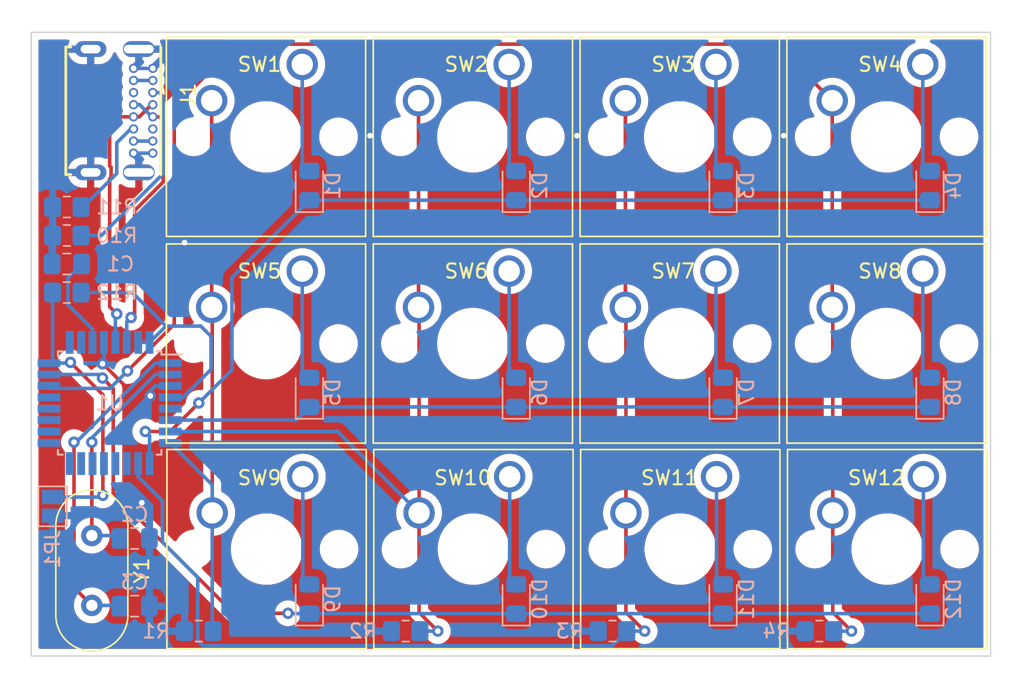
<source format=kicad_pcb>
(kicad_pcb (version 20211014) (generator pcbnew)
  (layers (0 "F.Cu" signal) (31 "B.Cu" signal) (34 "B.Paste" user) (35 "F.Paste" user) (36 "B.SilkS" user "B.Silkscreen") (37 "F.SilkS" user "F.Silkscreen") (38 "B.Mask" user) (39 "F.Mask" user) (44 "Edge.Cuts" user))
  (net 0 "")
  (net 1 "GND")
  (net 2 "Net-(C1-Pad2)")
  (net 3 "Net-(C2-Pad2)")
  (net 4 "Net-(C3-Pad2)")
  (net 5 "ROW_1")
  (net 6 "Net-(D1-Pad2)")
  (net 7 "Net-(D2-Pad2)")
  (net 8 "Net-(D3-Pad2)")
  (net 9 "Net-(D4-Pad2)")
  (net 10 "ROW_2")
  (net 11 "Net-(D5-Pad2)")
  (net 12 "Net-(D6-Pad2)")
  (net 13 "Net-(D7-Pad2)")
  (net 14 "Net-(D8-Pad2)")
  (net 15 "ROW_3")
  (net 16 "Net-(D9-Pad2)")
  (net 17 "Net-(D10-Pad2)")
  (net 18 "Net-(D11-Pad2)")
  (net 19 "Net-(D12-Pad2)")
  (net 20 "+5V")
  (net 21 "Net-(J1-PadA5)")
  (net 22 "Net-(J1-PadA6)")
  (net 23 "Net-(J1-PadA7)")
  (net 25 "Net-(J1-PadB5)")
  (net 27 "Net-(JP1-Pad2)")
  (net 28 "COL_1")
  (net 29 "COL_2")
  (net 30 "COL_3")
  (net 31 "COL_4")
  (footprint "Button_Switch_Keyboard:SW_Cherry_MX_1.00u_PCB" (layer "F.Cu") (at 117.04 87.92)
    (fp_text reference "SW11" (at -3.29 0.08) (layer "F.SilkS"))
    (fp_text value "SW_SPST")
    (pad "" np_thru_hole circle locked (at 2.54 5.08) (size 1.7 1.7) (drill 1.7) (layers *.Cu *.Mask))
    (pad "" np_thru_hole circle locked (at -2.54 5.08) (size 4 4) (drill 4) (layers *.Cu *.Mask))
    (pad "" np_thru_hole circle locked (at -7.62 5.08) (size 1.7 1.7) (drill 1.7) (layers *.Cu *.Mask))
    (pad "1" thru_hole circle locked (at 0 0) (size 2.2 2.2) (drill 1.5) (layers *.Cu *.Mask) (net 18 "Net-(D11-Pad2)"))
    (pad "2" thru_hole circle locked (at -6.35 2.54) (size 2.2 2.2) (drill 1.5) (layers *.Cu *.Mask) (net 30 "COL_3"))
  )
  (footprint "Button_Switch_Keyboard:SW_Cherry_MX_1.00u_PCB" (layer "F.Cu") (at 117 73.5)
    (fp_text reference "SW7" (at -3 0) (layer "F.SilkS"))
    (fp_text value "SW_SPST")
    (pad "" np_thru_hole circle locked (at 2.54 5.08) (size 1.7 1.7) (drill 1.7) (layers *.Cu *.Mask))
    (pad "" np_thru_hole circle locked (at -7.62 5.08) (size 1.7 1.7) (drill 1.7) (layers *.Cu *.Mask))
    (pad "" np_thru_hole circle locked (at -2.54 5.08) (size 4 4) (drill 4) (layers *.Cu *.Mask))
    (pad "1" thru_hole circle locked (at 0 0) (size 2.2 2.2) (drill 1.5) (layers *.Cu *.Mask) (net 13 "Net-(D7-Pad2)"))
    (pad "2" thru_hole circle locked (at -6.35 2.54) (size 2.2 2.2) (drill 1.5) (layers *.Cu *.Mask) (net 30 "COL_3"))
  )
  (footprint "Button_Switch_Keyboard:SW_Cherry_MX_1.00u_PCB" (layer "F.Cu") (at 117 59)
    (fp_text reference "SW3" (at -3 0) (layer "F.SilkS"))
    (fp_text value "SW_SPST")
    (pad "" np_thru_hole circle locked (at -7.62 5.08) (size 1.7 1.7) (drill 1.7) (layers *.Cu *.Mask))
    (pad "" np_thru_hole circle locked (at -2.54 5.08) (size 4 4) (drill 4) (layers *.Cu *.Mask))
    (pad "" np_thru_hole circle locked (at 2.54 5.08) (size 1.7 1.7) (drill 1.7) (layers *.Cu *.Mask))
    (pad "1" thru_hole circle locked (at 0 0) (size 2.2 2.2) (drill 1.5) (layers *.Cu *.Mask) (net 8 "Net-(D3-Pad2)"))
    (pad "2" thru_hole circle locked (at -6.35 2.54) (size 2.2 2.2) (drill 1.5) (layers *.Cu *.Mask) (net 30 "COL_3"))
  )
  (footprint "Button_Switch_Keyboard:SW_Cherry_MX_1.00u_PCB" (layer "F.Cu") (at 131.5 73.5)
    (fp_text reference "SW8" (at -3 0) (layer "F.SilkS"))
    (fp_text value "SW_SPST")
    (pad "" np_thru_hole circle locked (at -2.54 5.08) (size 4 4) (drill 4) (layers *.Cu *.Mask))
    (pad "" np_thru_hole circle locked (at 2.54 5.08) (size 1.7 1.7) (drill 1.7) (layers *.Cu *.Mask))
    (pad "" np_thru_hole circle locked (at -7.62 5.08) (size 1.7 1.7) (drill 1.7) (layers *.Cu *.Mask))
    (pad "1" thru_hole circle locked (at 0 0) (size 2.2 2.2) (drill 1.5) (layers *.Cu *.Mask) (net 14 "Net-(D8-Pad2)"))
    (pad "2" thru_hole circle locked (at -6.35 2.54) (size 2.2 2.2) (drill 1.5) (layers *.Cu *.Mask) (net 31 "COL_4"))
  )
  (footprint "Button_Switch_Keyboard:SW_Cherry_MX_1.00u_PCB" (layer "F.Cu") (at 131.5 59)
    (fp_text reference "SW4" (at -3 0) (layer "F.SilkS"))
    (fp_text value "SW_SPST")
    (pad "" np_thru_hole circle locked (at -2.54 5.08) (size 4 4) (drill 4) (layers *.Cu *.Mask))
    (pad "" np_thru_hole circle locked (at 2.54 5.08) (size 1.7 1.7) (drill 1.7) (layers *.Cu *.Mask))
    (pad "" np_thru_hole circle locked (at -7.62 5.08) (size 1.7 1.7) (drill 1.7) (layers *.Cu *.Mask))
    (pad "1" thru_hole circle locked (at 0 0) (size 2.2 2.2) (drill 1.5) (layers *.Cu *.Mask) (net 9 "Net-(D4-Pad2)"))
    (pad "2" thru_hole circle locked (at -6.35 2.54) (size 2.2 2.2) (drill 1.5) (layers *.Cu *.Mask) (net 31 "COL_4"))
  )
  (footprint "Button_Switch_Keyboard:SW_Cherry_MX_1.00u_PCB" (layer "F.Cu") (at 102.54 87.92)
    (fp_text reference "SW10" (at -3.29 0.08) (layer "F.SilkS"))
    (fp_text value "SW_SPST")
    (pad "" np_thru_hole circle locked (at -7.62 5.08) (size 1.7 1.7) (drill 1.7) (layers *.Cu *.Mask))
    (pad "" np_thru_hole circle locked (at 2.54 5.08) (size 1.7 1.7) (drill 1.7) (layers *.Cu *.Mask))
    (pad "" np_thru_hole circle locked (at -2.54 5.08) (size 4 4) (drill 4) (layers *.Cu *.Mask))
    (pad "1" thru_hole circle locked (at 0 0) (size 2.2 2.2) (drill 1.5) (layers *.Cu *.Mask) (net 17 "Net-(D10-Pad2)"))
    (pad "2" thru_hole circle locked (at -6.35 2.54) (size 2.2 2.2) (drill 1.5) (layers *.Cu *.Mask) (net 29 "COL_2"))
  )
  (footprint "Button_Switch_Keyboard:SW_Cherry_MX_1.00u_PCB" (layer "F.Cu") (at 88 59)
    (fp_text reference "SW1" (at -3 0) (layer "F.SilkS"))
    (fp_text value "SW_SPST")
    (pad "" np_thru_hole circle locked (at -7.62 5.08) (size 1.7 1.7) (drill 1.7) (layers *.Cu *.Mask))
    (pad "" np_thru_hole circle locked (at -2.54 5.08) (size 4 4) (drill 4) (layers *.Cu *.Mask))
    (pad "" np_thru_hole circle locked (at 2.54 5.08) (size 1.7 1.7) (drill 1.7) (layers *.Cu *.Mask))
    (pad "1" thru_hole circle locked (at 0 0) (size 2.2 2.2) (drill 1.5) (layers *.Cu *.Mask) (net 6 "Net-(D1-Pad2)"))
    (pad "2" thru_hole circle locked (at -6.35 2.54) (size 2.2 2.2) (drill 1.5) (layers *.Cu *.Mask) (net 28 "COL_1"))
  )
  (footprint "Crystal:Crystal_HC18-U_Vertical" (layer "F.Cu") (at 73.25 96.95 90)
    (fp_text reference "Y1" (at 2.45 3.5 90) (layer "F.SilkS"))
    (fp_text value "16MHz")
    (pad "1" thru_hole circle locked (at 0 0 90) (size 1.5 1.5) (drill 0.8) (layers *.Cu *.Mask) (net 4 "Net-(C3-Pad2)"))
    (pad "2" thru_hole circle locked (at 4.9 0 90) (size 1.5 1.5) (drill 0.8) (layers *.Cu *.Mask) (net 3 "Net-(C2-Pad2)"))
  )
  (footprint "USB4085-GF-A:GCT_USB4085-GF-A_REVA4" (layer "F.Cu") (at 73.5 62.25 -90)
    (fp_text reference "J1" (at -1.097425 -6.515415 90) (layer "F.SilkS") (effects (font (size 1.00015 1.00015))))
    (fp_text value "USB_C_Receptacle_USB2.0")
    (pad "A1" thru_hole circle locked (at -2.975 -4.025 270) (size 0.65 0.65) (drill 0.4) (layers *.Cu *.Mask) (net 1 "GND"))
    (pad "A4" thru_hole circle locked (at -2.125 -4.025 270) (size 0.65 0.65) (drill 0.4) (layers *.Cu *.Mask) (net 20 "+5V"))
    (pad "A5" thru_hole circle locked (at -1.275 -4.025 270) (size 0.65 0.65) (drill 0.4) (layers *.Cu *.Mask) (net 21 "Net-(J1-PadA5)"))
    (pad "A6" thru_hole circle locked (at -0.425 -4.025 270) (size 0.65 0.65) (drill 0.4) (layers *.Cu *.Mask) (net 22 "Net-(J1-PadA6)"))
    (pad "A7" thru_hole circle locked (at 0.425 -4.025 270) (size 0.65 0.65) (drill 0.4) (layers *.Cu *.Mask) (net 23 "Net-(J1-PadA7)"))
    (pad "A8" thru_hole circle locked (at 1.275 -4.025 270) (size 0.65 0.65) (drill 0.4) (layers *.Cu *.Mask))
    (pad "A9" thru_hole circle locked (at 2.125 -4.025 270) (size 0.65 0.65) (drill 0.4) (layers *.Cu *.Mask) (net 20 "+5V"))
    (pad "A12" thru_hole circle locked (at 2.975 -4.025 270) (size 0.65 0.65) (drill 0.4) (layers *.Cu *.Mask) (net 1 "GND"))
    (pad "B1" thru_hole circle locked (at 2.975 -2.675 270) (size 0.65 0.65) (drill 0.4) (layers *.Cu *.Mask) (net 1 "GND"))
    (pad "B4" thru_hole circle locked (at 2.125 -2.675 270) (size 0.65 0.65) (drill 0.4) (layers *.Cu *.Mask) (net 20 "+5V"))
    (pad "B5" thru_hole circle locked (at 1.275 -2.675 270) (size 0.65 0.65) (drill 0.4) (layers *.Cu *.Mask) (net 25 "Net-(J1-PadB5)"))
    (pad "B6" thru_hole circle locked (at 0.425 -2.675 270) (size 0.65 0.65) (drill 0.4) (layers *.Cu *.Mask) (net 22 "Net-(J1-PadA6)"))
    (pad "B7" thru_hole circle locked (at -0.425 -2.675 270) (size 0.65 0.65) (drill 0.4) (layers *.Cu *.Mask) (net 23 "Net-(J1-PadA7)"))
    (pad "B8" thru_hole circle locked (at -1.275 -2.675 270) (size 0.65 0.65) (drill 0.4) (layers *.Cu *.Mask))
    (pad "B9" thru_hole circle locked (at -2.125 -2.675 270) (size 0.65 0.65) (drill 0.4) (layers *.Cu *.Mask) (net 20 "+5V"))
    (pad "B12" thru_hole circle locked (at -2.975 -2.675 270) (size 0.65 0.65) (drill 0.4) (layers *.Cu *.Mask) (net 1 "GND"))
    (pad "P1" thru_hole oval locked (at -4.325 -3.045 270) (size 1.108 2.216) (drill oval 0.6 2.1) (layers *.Cu *.Mask) (net 1 "GND"))
    (pad "P2" thru_hole oval locked (at 4.325 -3.045 270) (size 1.108 2.216) (drill oval 0.6 2.1) (layers *.Cu "F.Mask") (net 1 "GND"))
    (pad "P3" thru_hole oval locked (at 4.325 0.335 270) (size 1.108 2.216) (drill oval 0.6 1.4) (layers *.Cu *.Mask) (net 1 "GND"))
    (pad "P4" thru_hole oval locked (at -4.325 0.335 270) (size 1.108 2.216) (drill oval 0.6 1.4) (layers *.Cu *.Mask) (net 1 "GND"))
  )
  (footprint "Button_Switch_Keyboard:SW_Cherry_MX_1.00u_PCB" (layer "F.Cu") (at 102.5 73.5)
    (fp_text reference "SW6" (at -3 0) (layer "F.SilkS"))
    (fp_text value "SW_SPST")
    (pad "" np_thru_hole circle locked (at -2.54 5.08) (size 4 4) (drill 4) (layers *.Cu *.Mask))
    (pad "" np_thru_hole circle locked (at -7.62 5.08) (size 1.7 1.7) (drill 1.7) (layers *.Cu *.Mask))
    (pad "" np_thru_hole circle locked (at 2.54 5.08) (size 1.7 1.7) (drill 1.7) (layers *.Cu *.Mask))
    (pad "1" thru_hole circle locked (at 0 0) (size 2.2 2.2) (drill 1.5) (layers *.Cu *.Mask) (net 12 "Net-(D6-Pad2)"))
    (pad "2" thru_hole circle locked (at -6.35 2.54) (size 2.2 2.2) (drill 1.5) (layers *.Cu *.Mask) (net 29 "COL_2"))
  )
  (footprint "Button_Switch_Keyboard:SW_Cherry_MX_1.00u_PCB" (layer "F.Cu") (at 88 73.5)
    (fp_text reference "SW5" (at -3 0) (layer "F.SilkS"))
    (fp_text value "SW_SPST")
    (pad "" np_thru_hole circle locked (at -7.62 5.08) (size 1.7 1.7) (drill 1.7) (layers *.Cu *.Mask))
    (pad "" np_thru_hole circle locked (at 2.54 5.08) (size 1.7 1.7) (drill 1.7) (layers *.Cu *.Mask))
    (pad "" np_thru_hole circle locked (at -2.54 5.08) (size 4 4) (drill 4) (layers *.Cu *.Mask))
    (pad "1" thru_hole circle locked (at 0 0) (size 2.2 2.2) (drill 1.5) (layers *.Cu *.Mask) (net 11 "Net-(D5-Pad2)"))
    (pad "2" thru_hole circle locked (at -6.35 2.54) (size 2.2 2.2) (drill 1.5) (layers *.Cu *.Mask) (net 28 "COL_1"))
  )
  (footprint "Button_Switch_Keyboard:SW_Cherry_MX_1.00u_PCB" (layer "F.Cu") (at 88.04 87.92)
    (fp_text reference "SW9" (at -3.04 0.08) (layer "F.SilkS"))
    (fp_text value "SW_SPST")
    (pad "" np_thru_hole circle locked (at -2.54 5.08) (size 4 4) (drill 4) (layers *.Cu *.Mask))
    (pad "" np_thru_hole circle locked (at -7.62 5.08) (size 1.7 1.7) (drill 1.7) (layers *.Cu *.Mask))
    (pad "" np_thru_hole circle locked (at 2.54 5.08) (size 1.7 1.7) (drill 1.7) (layers *.Cu *.Mask))
    (pad "1" thru_hole circle locked (at 0 0) (size 2.2 2.2) (drill 1.5) (layers *.Cu *.Mask) (net 16 "Net-(D9-Pad2)"))
    (pad "2" thru_hole circle locked (at -6.35 2.54) (size 2.2 2.2) (drill 1.5) (layers *.Cu *.Mask) (net 28 "COL_1"))
  )
  (footprint "Button_Switch_Keyboard:SW_Cherry_MX_1.00u_PCB" (layer "F.Cu") (at 131.54 87.92)
    (fp_text reference "SW12" (at -3.29 0.08) (layer "F.SilkS"))
    (fp_text value "SW_SPST")
    (pad "" np_thru_hole circle locked (at -7.62 5.08) (size 1.7 1.7) (drill 1.7) (layers *.Cu *.Mask))
    (pad "" np_thru_hole circle locked (at 2.54 5.08) (size 1.7 1.7) (drill 1.7) (layers *.Cu *.Mask))
    (pad "" np_thru_hole circle locked (at -2.54 5.08) (size 4 4) (drill 4) (layers *.Cu *.Mask))
    (pad "1" thru_hole circle locked (at 0 0) (size 2.2 2.2) (drill 1.5) (layers *.Cu *.Mask) (net 19 "Net-(D12-Pad2)"))
    (pad "2" thru_hole circle locked (at -6.35 2.54) (size 2.2 2.2) (drill 1.5) (layers *.Cu *.Mask) (net 31 "COL_4"))
  )
  (footprint "Button_Switch_Keyboard:SW_Cherry_MX_1.00u_PCB" (layer "F.Cu") (at 102.5 59)
    (fp_text reference "SW2" (at -3 0) (layer "F.SilkS"))
    (fp_text value "SW_SPST")
    (pad "" np_thru_hole circle locked (at -7.62 5.08) (size 1.7 1.7) (drill 1.7) (layers *.Cu *.Mask))
    (pad "" np_thru_hole circle locked (at 2.54 5.08) (size 1.7 1.7) (drill 1.7) (layers *.Cu *.Mask))
    (pad "" np_thru_hole circle locked (at -2.54 5.08) (size 4 4) (drill 4) (layers *.Cu *.Mask))
    (pad "1" thru_hole circle locked (at 0 0) (size 2.2 2.2) (drill 1.5) (layers *.Cu *.Mask) (net 7 "Net-(D2-Pad2)"))
    (pad "2" thru_hole circle locked (at -6.35 2.54) (size 2.2 2.2) (drill 1.5) (layers *.Cu *.Mask) (net 29 "COL_2"))
  )
  (footprint "Diode_SMD:D_0805_2012Metric_Pad1.15x1.40mm_HandSolder" (layer "B.Cu") (at 132 82 90)
    (fp_text reference "D8" (at 0 1.65 90) (layer "B.SilkS") (effects (justify mirror)))
    (fp_text value "DIODE")
    (pad "1" smd roundrect locked (at -1.025 0 90) (size 1.15 1.4) (layers "B.Cu" "B.Paste" "B.Mask") (roundrect_rratio 0.217391) (net 10 "ROW_2"))
    (pad "2" smd roundrect locked (at 1.025 0 90) (size 1.15 1.4) (layers "B.Cu" "B.Paste" "B.Mask") (roundrect_rratio 0.217391) (net 14 "Net-(D8-Pad2)"))
  )
  (footprint "Resistor_SMD:R_0805_2012Metric_Pad1.20x1.40mm_HandSolder" (layer "B.Cu") (at 71.5 75)
    (fp_text reference "R12" (at 3.5 0) (layer "B.SilkS") (effects (justify mirror)))
    (fp_text value "10K")
    (pad "1" smd roundrect locked (at -1 0) (size 1.2 1.4) (layers "B.Cu" "B.Paste" "B.Mask") (roundrect_rratio 0.208333) (net 27 "Net-(JP1-Pad2)"))
    (pad "2" smd roundrect locked (at 1 0) (size 1.2 1.4) (layers "B.Cu" "B.Paste" "B.Mask") (roundrect_rratio 0.208333) (net 20 "+5V"))
  )
  (footprint "Resistor_SMD:R_0805_2012Metric_Pad1.20x1.40mm_HandSolder" (layer "B.Cu") (at 71.5 69 180)
    (fp_text reference "R11" (at -3.5 0) (layer "B.SilkS") (effects (justify mirror)))
    (fp_text value "5.11k")
    (pad "1" smd roundrect locked (at -1 0 180) (size 1.2 1.4) (layers "B.Cu" "B.Paste" "B.Mask") (roundrect_rratio 0.208333) (net 25 "Net-(J1-PadB5)"))
    (pad "2" smd roundrect locked (at 1 0 180) (size 1.2 1.4) (layers "B.Cu" "B.Paste" "B.Mask") (roundrect_rratio 0.208333) (net 1 "GND"))
  )
  (footprint "Resistor_SMD:R_0805_2012Metric_Pad1.20x1.40mm_HandSolder" (layer "B.Cu") (at 95.25 98.75)
    (fp_text reference "R2" (at -3 0) (layer "B.SilkS") (effects (justify mirror)))
    (fp_text value "10k")
    (pad "1" smd roundrect locked (at -1 0) (size 1.2 1.4) (layers "B.Cu" "B.Paste" "B.Mask") (roundrect_rratio 0.208333) (net 1 "GND"))
    (pad "2" smd roundrect locked (at 1 0) (size 1.2 1.4) (layers "B.Cu" "B.Paste" "B.Mask") (roundrect_rratio 0.208333) (net 29 "COL_2"))
  )
  (footprint "Resistor_SMD:R_0805_2012Metric_Pad1.20x1.40mm_HandSolder" (layer "B.Cu") (at 109.75 98.75)
    (fp_text reference "R3" (at -3 0) (layer "B.SilkS") (effects (justify mirror)))
    (fp_text value "10k")
    (pad "1" smd roundrect locked (at -1 0) (size 1.2 1.4) (layers "B.Cu" "B.Paste" "B.Mask") (roundrect_rratio 0.208333) (net 1 "GND"))
    (pad "2" smd roundrect locked (at 1 0) (size 1.2 1.4) (layers "B.Cu" "B.Paste" "B.Mask") (roundrect_rratio 0.208333) (net 30 "COL_3"))
  )
  (footprint "Diode_SMD:D_0805_2012Metric_Pad1.15x1.40mm_HandSolder" (layer "B.Cu") (at 117.5 67.5 90)
    (fp_text reference "D3" (at 0 1.65 90) (layer "B.SilkS") (effects (justify mirror)))
    (fp_text value "DIODE")
    (pad "1" smd roundrect locked (at -1.025 0 90) (size 1.15 1.4) (layers "B.Cu" "B.Paste" "B.Mask") (roundrect_rratio 0.217391) (net 5 "ROW_1"))
    (pad "2" smd roundrect locked (at 1.025 0 90) (size 1.15 1.4) (layers "B.Cu" "B.Paste" "B.Mask") (roundrect_rratio 0.217391) (net 8 "Net-(D3-Pad2)"))
  )
  (footprint "Diode_SMD:D_0805_2012Metric_Pad1.15x1.40mm_HandSolder" (layer "B.Cu") (at 117.5 82 90)
    (fp_text reference "D7" (at 0 1.65 90) (layer "B.SilkS") (effects (justify mirror)))
    (fp_text value "DIODE")
    (pad "1" smd roundrect locked (at -1.025 0 90) (size 1.15 1.4) (layers "B.Cu" "B.Paste" "B.Mask") (roundrect_rratio 0.217391) (net 10 "ROW_2"))
    (pad "2" smd roundrect locked (at 1.025 0 90) (size 1.15 1.4) (layers "B.Cu" "B.Paste" "B.Mask") (roundrect_rratio 0.217391) (net 13 "Net-(D7-Pad2)"))
  )
  (footprint "Capacitor_SMD:C_0805_2012Metric_Pad1.18x1.45mm_HandSolder" (layer "B.Cu") (at 76.25 92.25 180)
    (fp_text reference "C2" (at 0 1.68) (layer "B.SilkS") (effects (justify mirror)))
    (fp_text value "18pF")
    (pad "1" smd roundrect locked (at -1.0375 0 180) (size 1.175 1.45) (layers "B.Cu" "B.Paste" "B.Mask") (roundrect_rratio 0.212766) (net 1 "GND"))
    (pad "2" smd roundrect locked (at 1.0375 0 180) (size 1.175 1.45) (layers "B.Cu" "B.Paste" "B.Mask") (roundrect_rratio 0.212766) (net 3 "Net-(C2-Pad2)"))
  )
  (footprint "Diode_SMD:D_0805_2012Metric_Pad1.15x1.40mm_HandSolder" (layer "B.Cu") (at 117.5 96.5 90)
    (fp_text reference "D11" (at 0 1.65 90) (layer "B.SilkS") (effects (justify mirror)))
    (fp_text value "DIODE")
    (pad "1" smd roundrect locked (at -1.025 0 90) (size 1.15 1.4) (layers "B.Cu" "B.Paste" "B.Mask") (roundrect_rratio 0.217391) (net 15 "ROW_3"))
    (pad "2" smd roundrect locked (at 1.025 0 90) (size 1.15 1.4) (layers "B.Cu" "B.Paste" "B.Mask") (roundrect_rratio 0.217391) (net 18 "Net-(D11-Pad2)"))
  )
  (footprint "Package_QFP:TQFP-32_7x7mm_P0.8mm" (layer "B.Cu") (at 74.5 82.75 180)
    (fp_text reference "U1" (at 0 0) (layer "B.SilkS") (effects (justify mirror)))
    (fp_text value "ATmega8U2-A")
    (pad "1" smd rect locked (at -4.25 2.8 180) (size 1.6 0.55) (layers "B.Cu" "B.Paste" "B.Mask") (net 4 "Net-(C3-Pad2)"))
    (pad "2" smd rect locked (at -4.25 2 180) (size 1.6 0.55) (layers "B.Cu" "B.Paste" "B.Mask") (net 3 "Net-(C2-Pad2)"))
    (pad "3" smd rect locked (at -4.25 1.2 180) (size 1.6 0.55) (layers "B.Cu" "B.Paste" "B.Mask") (net 1 "GND"))
    (pad "4" smd rect locked (at -4.25 0.4 180) (size 1.6 0.55) (layers "B.Cu" "B.Paste" "B.Mask") (net 20 "+5V"))
    (pad "5" smd rect locked (at -4.25 -0.4 180) (size 1.6 0.55) (layers "B.Cu" "B.Paste" "B.Mask"))
    (pad "6" smd rect locked (at -4.25 -1.2 180) (size 1.6 0.55) (layers "B.Cu" "B.Paste" "B.Mask") (net 10 "ROW_2"))
    (pad "7" smd rect locked (at -4.25 -2 180) (size 1.6 0.55) (layers "B.Cu" "B.Paste" "B.Mask") (net 29 "COL_2"))
    (pad "8" smd rect locked (at -4.25 -2.8 180) (size 1.6 0.55) (layers "B.Cu" "B.Paste" "B.Mask") (net 28 "COL_1"))
    (pad "9" smd rect locked (at -2.8 -4.25 90) (size 1.6 0.55) (layers "B.Cu" "B.Paste" "B.Mask") (net 5 "ROW_1"))
    (pad "10" smd rect locked (at -2 -4.25 90) (size 1.6 0.55) (layers "B.Cu" "B.Paste" "B.Mask") (net 30 "COL_3"))
    (pad "11" smd rect locked (at -1.2 -4.25 90) (size 1.6 0.55) (layers "B.Cu" "B.Paste" "B.Mask"))
    (pad "12" smd rect locked (at -0.4 -4.25 90) (size 1.6 0.55) (layers "B.Cu" "B.Paste" "B.Mask"))
    (pad "13" smd rect locked (at 0.4 -4.25 90) (size 1.6 0.55) (layers "B.Cu" "B.Paste" "B.Mask"))
    (pad "14" smd rect locked (at 1.2 -4.25 90) (size 1.6 0.55) (layers "B.Cu" "B.Paste" "B.Mask"))
    (pad "15" smd rect locked (at 2 -4.25 90) (size 1.6 0.55) (layers "B.Cu" "B.Paste" "B.Mask"))
    (pad "16" smd rect locked (at 2.8 -4.25 90) (size 1.6 0.55) (layers "B.Cu" "B.Paste" "B.Mask"))
    (pad "17" smd rect locked (at 4.25 -2.8 180) (size 1.6 0.55) (layers "B.Cu" "B.Paste" "B.Mask"))
    (pad "18" smd rect locked (at 4.25 -2 180) (size 1.6 0.55) (layers "B.Cu" "B.Paste" "B.Mask"))
    (pad "19" smd rect locked (at 4.25 -1.2 180) (size 1.6 0.55) (layers "B.Cu" "B.Paste" "B.Mask"))
    (pad "20" smd rect locked (at 4.25 -0.4 180) (size 1.6 0.55) (layers "B.Cu" "B.Paste" "B.Mask"))
    (pad "21" smd rect locked (at 4.25 0.4 180) (size 1.6 0.55) (layers "B.Cu" "B.Paste" "B.Mask"))
    (pad "22" smd rect locked (at 4.25 1.2 180) (size 1.6 0.55) (layers "B.Cu" "B.Paste" "B.Mask") (net 31 "COL_4"))
    (pad "23" smd rect locked (at 4.25 2 180) (size 1.6 0.55) (layers "B.Cu" "B.Paste" "B.Mask") (net 15 "ROW_3"))
    (pad "24" smd rect locked (at 4.25 2.8 180) (size 1.6 0.55) (layers "B.Cu" "B.Paste" "B.Mask") (net 27 "Net-(JP1-Pad2)"))
    (pad "25" smd rect locked (at 2.8 4.25 90) (size 1.6 0.55) (layers "B.Cu" "B.Paste" "B.Mask"))
    (pad "26" smd rect locked (at 2 4.25 90) (size 1.6 0.55) (layers "B.Cu" "B.Paste" "B.Mask"))
    (pad "27" smd rect locked (at 1.2 4.25 90) (size 1.6 0.55) (layers "B.Cu" "B.Paste" "B.Mask") (net 2 "Net-(C1-Pad2)"))
    (pad "28" smd rect locked (at 0.4 4.25 90) (size 1.6 0.55) (layers "B.Cu" "B.Paste" "B.Mask") (net 1 "GND"))
    (pad "29" smd rect locked (at -0.4 4.25 90) (size 1.6 0.55) (layers "B.Cu" "B.Paste" "B.Mask") (net 22 "Net-(J1-PadA6)"))
    (pad "30" smd rect locked (at -1.2 4.25 90) (size 1.6 0.55) (layers "B.Cu" "B.Paste" "B.Mask") (net 23 "Net-(J1-PadA7)"))
    (pad "31" smd rect locked (at -2 4.25 90) (size 1.6 0.55) (layers "B.Cu" "B.Paste" "B.Mask") (net 20 "+5V"))
    (pad "32" smd rect locked (at -2.8 4.25 90) (size 1.6 0.55) (layers "B.Cu" "B.Paste" "B.Mask") (net 20 "+5V"))
  )
  (footprint "Resistor_SMD:R_0805_2012Metric_Pad1.20x1.40mm_HandSolder" (layer "B.Cu") (at 80.75 98.75)
    (fp_text reference "R1" (at -3 0) (layer "B.SilkS") (effects (justify mirror)))
    (fp_text value "10k")
    (pad "1" smd roundrect locked (at -1 0) (size 1.2 1.4) (layers "B.Cu" "B.Paste" "B.Mask") (roundrect_rratio 0.208333) (net 1 "GND"))
    (pad "2" smd roundrect locked (at 1 0) (size 1.2 1.4) (layers "B.Cu" "B.Paste" "B.Mask") (roundrect_rratio 0.208333) (net 28 "COL_1"))
  )
  (footprint "Diode_SMD:D_0805_2012Metric_Pad1.15x1.40mm_HandSolder" (layer "B.Cu") (at 103 67.5 90)
    (fp_text reference "D2" (at 0 1.65 90) (layer "B.SilkS") (effects (justify mirror)))
    (fp_text value "DIODE")
    (pad "1" smd roundrect locked (at -1.025 0 90) (size 1.15 1.4) (layers "B.Cu" "B.Paste" "B.Mask") (roundrect_rratio 0.217391) (net 5 "ROW_1"))
    (pad "2" smd roundrect locked (at 1.025 0 90) (size 1.15 1.4) (layers "B.Cu" "B.Paste" "B.Mask") (roundrect_rratio 0.217391) (net 7 "Net-(D2-Pad2)"))
  )
  (footprint "Diode_SMD:D_0805_2012Metric_Pad1.15x1.40mm_HandSolder" (layer "B.Cu") (at 103 96.5 90)
    (fp_text reference "D10" (at 0 1.65 90) (layer "B.SilkS") (effects (justify mirror)))
    (fp_text value "DIODE")
    (pad "1" smd roundrect locked (at -1.025 0 90) (size 1.15 1.4) (layers "B.Cu" "B.Paste" "B.Mask") (roundrect_rratio 0.217391) (net 15 "ROW_3"))
    (pad "2" smd roundrect locked (at 1.025 0 90) (size 1.15 1.4) (layers "B.Cu" "B.Paste" "B.Mask") (roundrect_rratio 0.217391) (net 17 "Net-(D10-Pad2)"))
  )
  (footprint "Capacitor_SMD:C_0805_2012Metric_Pad1.18x1.45mm_HandSolder" (layer "B.Cu") (at 76.25 97 180)
    (fp_text reference "C3" (at 0 1.68) (layer "B.SilkS") (effects (justify mirror)))
    (fp_text value "18pF")
    (pad "1" smd roundrect locked (at -1.0375 0 180) (size 1.175 1.45) (layers "B.Cu" "B.Paste" "B.Mask") (roundrect_rratio 0.212766) (net 1 "GND"))
    (pad "2" smd roundrect locked (at 1.0375 0 180) (size 1.175 1.45) (layers "B.Cu" "B.Paste" "B.Mask") (roundrect_rratio 0.212766) (net 4 "Net-(C3-Pad2)"))
  )
  (footprint "Capacitor_SMD:C_0805_2012Metric_Pad1.18x1.45mm_HandSolder" (layer "B.Cu") (at 71.5 73)
    (fp_text reference "C1" (at 3.75 0) (layer "B.SilkS") (effects (justify mirror)))
    (fp_text value "1uF")
    (pad "1" smd roundrect locked (at -1.0375 0) (size 1.175 1.45) (layers "B.Cu" "B.Paste" "B.Mask") (roundrect_rratio 0.212766) (net 1 "GND"))
    (pad "2" smd roundrect locked (at 1.0375 0) (size 1.175 1.45) (layers "B.Cu" "B.Paste" "B.Mask") (roundrect_rratio 0.212766) (net 2 "Net-(C1-Pad2)"))
  )
  (footprint "Diode_SMD:D_0805_2012Metric_Pad1.15x1.40mm_HandSolder" (layer "B.Cu") (at 88.5 82 90)
    (fp_text reference "D5" (at 0 1.65 90) (layer "B.SilkS") (effects (justify mirror)))
    (fp_text value "DIODE")
    (pad "1" smd roundrect locked (at -1.025 0 90) (size 1.15 1.4) (layers "B.Cu" "B.Paste" "B.Mask") (roundrect_rratio 0.217391) (net 10 "ROW_2"))
    (pad "2" smd roundrect locked (at 1.025 0 90) (size 1.15 1.4) (layers "B.Cu" "B.Paste" "B.Mask") (roundrect_rratio 0.217391) (net 11 "Net-(D5-Pad2)"))
  )
  (footprint "Diode_SMD:D_0805_2012Metric_Pad1.15x1.40mm_HandSolder" (layer "B.Cu") (at 103 82 90)
    (fp_text reference "D6" (at 0 1.65 90) (layer "B.SilkS") (effects (justify mirror)))
    (fp_text value "DIODE")
    (pad "1" smd roundrect locked (at -1.025 0 90) (size 1.15 1.4) (layers "B.Cu" "B.Paste" "B.Mask") (roundrect_rratio 0.217391) (net 10 "ROW_2"))
    (pad "2" smd roundrect locked (at 1.025 0 90) (size 1.15 1.4) (layers "B.Cu" "B.Paste" "B.Mask") (roundrect_rratio 0.217391) (net 12 "Net-(D6-Pad2)"))
  )
  (footprint "Diode_SMD:D_0805_2012Metric_Pad1.15x1.40mm_HandSolder" (layer "B.Cu") (at 88.5 96.5 90)
    (fp_text reference "D9" (at 0 1.65 90) (layer "B.SilkS") (effects (justify mirror)))
    (fp_text value "DIODE")
    (pad "1" smd roundrect locked (at -1.025 0 90) (size 1.15 1.4) (layers "B.Cu" "B.Paste" "B.Mask") (roundrect_rratio 0.217391) (net 15 "ROW_3"))
    (pad "2" smd roundrect locked (at 1.025 0 90) (size 1.15 1.4) (layers "B.Cu" "B.Paste" "B.Mask") (roundrect_rratio 0.217391) (net 16 "Net-(D9-Pad2)"))
  )
  (footprint "Resistor_SMD:R_0805_2012Metric_Pad1.20x1.40mm_HandSolder" (layer "B.Cu") (at 71.5 71 180)
    (fp_text reference "R10" (at -3.5 0) (layer "B.SilkS") (effects (justify mirror)))
    (fp_text value "5.11k")
    (pad "1" smd roundrect locked (at -1 0 180) (size 1.2 1.4) (layers "B.Cu" "B.Paste" "B.Mask") (roundrect_rratio 0.208333) (net 21 "Net-(J1-PadA5)"))
    (pad "2" smd roundrect locked (at 1 0 180) (size 1.2 1.4) (layers "B.Cu" "B.Paste" "B.Mask") (roundrect_rratio 0.208333) (net 1 "GND"))
  )
  (footprint "Diode_SMD:D_0805_2012Metric_Pad1.15x1.40mm_HandSolder" (layer "B.Cu") (at 132 67.5 90)
    (fp_text reference "D4" (at 0 1.65 90) (layer "B.SilkS") (effects (justify mirror)))
    (fp_text value "DIODE")
    (pad "1" smd roundrect locked (at -1.025 0 90) (size 1.15 1.4) (layers "B.Cu" "B.Paste" "B.Mask") (roundrect_rratio 0.217391) (net 5 "ROW_1"))
    (pad "2" smd roundrect locked (at 1.025 0 90) (size 1.15 1.4) (layers "B.Cu" "B.Paste" "B.Mask") (roundrect_rratio 0.217391) (net 9 "Net-(D4-Pad2)"))
  )
  (footprint "Diode_SMD:D_0805_2012Metric_Pad1.15x1.40mm_HandSolder" (layer "B.Cu") (at 88.5 67.5 90)
    (fp_text reference "D1" (at 0 1.65 90) (layer "B.SilkS") (effects (justify mirror)))
    (fp_text value "DIODE")
    (pad "1" smd roundrect locked (at -1.025 0 90) (size 1.15 1.4) (layers "B.Cu" "B.Paste" "B.Mask") (roundrect_rratio 0.217391) (net 5 "ROW_1"))
    (pad "2" smd roundrect locked (at 1.025 0 90) (size 1.15 1.4) (layers "B.Cu" "B.Paste" "B.Mask") (roundrect_rratio 0.217391) (net 6 "Net-(D1-Pad2)"))
  )
  (footprint "Diode_SMD:D_0805_2012Metric_Pad1.15x1.40mm_HandSolder" (layer "B.Cu") (at 132 96.5 90)
    (fp_text reference "D12" (at 0 1.65 90) (layer "B.SilkS") (effects (justify mirror)))
    (fp_text value "DIODE")
    (pad "1" smd roundrect locked (at -1.025 0 90) (size 1.15 1.4) (layers "B.Cu" "B.Paste" "B.Mask") (roundrect_rratio 0.217391) (net 15 "ROW_3"))
    (pad "2" smd roundrect locked (at 1.025 0 90) (size 1.15 1.4) (layers "B.Cu" "B.Paste" "B.Mask") (roundrect_rratio 0.217391) (net 19 "Net-(D12-Pad2)"))
  )
  (footprint "Resistor_SMD:R_0805_2012Metric_Pad1.20x1.40mm_HandSolder" (layer "B.Cu") (at 124.25 98.75)
    (fp_text reference "R4" (at -3 0) (layer "B.SilkS") (effects (justify mirror)))
    (fp_text value "10k")
    (pad "1" smd roundrect locked (at -1 0) (size 1.2 1.4) (layers "B.Cu" "B.Paste" "B.Mask") (roundrect_rratio 0.208333) (net 1 "GND"))
    (pad "2" smd roundrect locked (at 1 0) (size 1.2 1.4) (layers "B.Cu" "B.Paste" "B.Mask") (roundrect_rratio 0.208333) (net 31 "COL_4"))
  )
  (footprint "Jumper:SolderJumper-2_P1.3mm_Open_Pad1.0x1.5mm" (layer "B.Cu") (at 70.5 90 90)
    (fp_text reference "JP1" (at -3 0 90) (layer "B.SilkS") (effects (justify mirror)))
    (fp_text value " ")
    (pad "1" smd rect locked (at -0.65 0 90) (size 1 1.5) (layers "B.Cu" "B.Mask") (net 1 "GND"))
    (pad "2" smd rect locked (at 0.65 0 90) (size 1 1.5) (layers "B.Cu" "B.Mask") (net 27 "Net-(JP1-Pad2)"))
  )
  (gr_rect (start 136.25 56.75) (end 69 100.5) (layer "Edge.Cuts") (width 0.1) (fill none))
  (segment (start 74.024614 80) (end 76.274614 82.25) (width 0.25) (layer "F.Cu") (net 1))
  (segment (start 74 80) (end 74.024614 80) (width 0.25) (layer "F.Cu") (net 1))
  (segment (start 76.274614 82.25) (end 77.350498 82.25) (width 0.25) (layer "F.Cu") (net 1))
  (via (at 121.75 64) (size 0.8) (drill 0.4) (layers "F.Cu" "B.Cu") (net 1))
  (via (at 92.75 64) (size 0.8) (drill 0.4) (layers "F.Cu" "B.Cu") (net 1))
  (via (at 79.75 71.5) (size 0.8) (drill 0.4) (layers "F.Cu" "B.Cu") (net 1))
  (via (at 77.350498 82.25) (size 0.8) (drill 0.4) (layers "F.Cu" "B.Cu") (net 1))
  (via (at 76.75 89.75) (size 0.8) (drill 0.4) (layers "F.Cu" "B.Cu") (net 1))
  (via (at 74 80) (size 0.8) (drill 0.4) (layers "F.Cu" "B.Cu") (net 1))
  (via (at 107.25 64) (size 0.8) (drill 0.4) (layers "F.Cu" "B.Cu") (net 1))
  (segment (start 76.175 65.225) (end 77.525 65.225) (width 0.25) (layer "B.Cu") (net 1))
  (segment (start 77.7 81.55) (end 77.350498 81.899502) (width 0.25) (layer "B.Cu") (net 1))
  (segment (start 74.1 78.5) (end 74.1 79.9) (width 0.25) (layer "B.Cu") (net 1))
  (segment (start 74.1 79.9) (end 74 80) (width 0.25) (layer "B.Cu") (net 1))
  (segment (start 77.350498 81.899502) (end 77.350498 82.25) (width 0.25) (layer "B.Cu") (net 1))
  (segment (start 78.75 81.55) (end 77.7 81.55) (width 0.25) (layer "B.Cu") (net 1))
  (segment (start 77.525 59.275) (end 76.175 59.275) (width 0.25) (layer "B.Cu") (net 1))
  (segment (start 71.57548 73.96202) (end 71.57548 75.851458) (width 0.25) (layer "B.Cu") (net 2))
  (segment (start 73.3 77.575978) (end 73.3 78.5) (width 0.25) (layer "B.Cu") (net 2))
  (segment (start 71.57548 75.851458) (end 73.3 77.575978) (width 0.25) (layer "B.Cu") (net 2))
  (segment (start 72.5375 73) (end 71.57548 73.96202) (width 0.25) (layer "B.Cu") (net 2))
  (segment (start 73.25 85.5) (end 73.25 92.05) (width 0.25) (layer "F.Cu") (net 3))
  (via (at 73.25 85.5) (size 0.8) (drill 0.4) (layers "F.Cu" "B.Cu") (net 3))
  (segment (start 73.25 85.2) (end 73.25 85.5) (width 0.25) (layer "B.Cu") (net 3))
  (segment (start 78.75 80.75) (end 77.7 80.75) (width 0.25) (layer "B.Cu") (net 3))
  (segment (start 75.0125 92.05) (end 75.2125 92.25) (width 0.25) (layer "B.Cu") (net 3))
  (segment (start 77.7 80.75) (end 73.25 85.2) (width 0.25) (layer "B.Cu") (net 3))
  (segment (start 73.25 92.05) (end 75.0125 92.05) (width 0.25) (layer "B.Cu") (net 3))
  (segment (start 72 95.7) (end 73.25 96.95) (width 0.25) (layer "F.Cu") (net 4))
  (segment (start 72 85.5) (end 72 95.7) (width 0.25) (layer "F.Cu") (net 4))
  (via (at 72 85.5) (size 0.8) (drill 0.4) (layers "F.Cu" "B.Cu") (net 4))
  (segment (start 77.7 79.95) (end 78.75 79.95) (width 0.25) (layer "B.Cu") (net 4))
  (segment (start 73.25 96.95) (end 75.1625 96.95) (width 0.25) (layer "B.Cu") (net 4))
  (segment (start 72 85.5) (end 72.15 85.5) (width 0.25) (layer "B.Cu") (net 4))
  (segment (start 72.15 85.5) (end 77.7 79.95) (width 0.25) (layer "B.Cu") (net 4))
  (segment (start 75.1625 96.95) (end 75.2125 97) (width 0.25) (layer "B.Cu") (net 4))
  (segment (start 78.75 84.75) (end 77 84.75) (width 0.25) (layer "F.Cu") (net 5))
  (segment (start 80.75 82.75) (end 78.75 84.75) (width 0.25) (layer "F.Cu") (net 5))
  (via (at 80.75 82.75) (size 0.8) (drill 0.4) (layers "F.Cu" "B.Cu") (net 5))
  (via (at 77 84.75) (size 0.8) (drill 0.4) (layers "F.Cu" "B.Cu") (net 5))
  (segment (start 88.5 68.525) (end 83.074511 73.950489) (width 0.25) (layer "B.Cu") (net 5))
  (segment (start 88.5 68.525) (end 132 68.525) (width 0.25) (layer "B.Cu") (net 5))
  (segment (start 83.074511 80.425489) (end 80.75 82.75) (width 0.25) (layer "B.Cu") (net 5))
  (segment (start 83.074511 73.950489) (end 83.074511 80.425489) (width 0.25) (layer "B.Cu") (net 5))
  (segment (start 77 84.75) (end 77.3 85.05) (width 0.25) (layer "B.Cu") (net 5))
  (segment (start 77.3 85.05) (end 77.3 87) (width 0.25) (layer "B.Cu") (net 5))
  (segment (start 88 59) (end 88 65.975) (width 0.25) (layer "B.Cu") (net 6))
  (segment (start 88 65.975) (end 88.5 66.475) (width 0.25) (layer "B.Cu") (net 6))
  (segment (start 102.5 65.975) (end 102.5 59) (width 0.25) (layer "B.Cu") (net 7))
  (segment (start 103 66.475) (end 102.5 65.975) (width 0.25) (layer "B.Cu") (net 7))
  (segment (start 117.5 66.475) (end 117 65.975) (width 0.25) (layer "B.Cu") (net 8))
  (segment (start 117 65.975) (end 117 59) (width 0.25) (layer "B.Cu") (net 8))
  (segment (start 131.5 65.975) (end 131.5 59) (width 0.25) (layer "B.Cu") (net 9))
  (segment (start 132 66.475) (end 131.5 65.975) (width 0.25) (layer "B.Cu") (net 9))
  (segment (start 88.5 83.025) (end 132 83.025) (width 0.25) (layer "B.Cu") (net 10))
  (segment (start 87.575 83.95) (end 78.75 83.95) (width 0.25) (layer "B.Cu") (net 10))
  (segment (start 88.5 83.025) (end 87.575 83.95) (width 0.25) (layer "B.Cu") (net 10))
  (segment (start 88.5 80.975) (end 88 80.475) (width 0.25) (layer "B.Cu") (net 11))
  (segment (start 88 80.475) (end 88 73.5) (width 0.25) (layer "B.Cu") (net 11))
  (segment (start 102.5 80.475) (end 102.5 73.5) (width 0.25) (layer "B.Cu") (net 12))
  (segment (start 103 80.975) (end 102.5 80.475) (width 0.25) (layer "B.Cu") (net 12))
  (segment (start 117 80.475) (end 117 73.5) (width 0.25) (layer "B.Cu") (net 13))
  (segment (start 117.5 80.975) (end 117 80.475) (width 0.25) (layer "B.Cu") (net 13))
  (segment (start 132 80.975) (end 131.5 80.475) (width 0.25) (layer "B.Cu") (net 14))
  (segment (start 131.5 80.475) (end 131.5 73.5) (width 0.25) (layer "B.Cu") (net 14))
  (segment (start 74.75 81.75) (end 74.75 89.061735) (width 0.25) (layer "F.Cu") (net 15))
  (segment (start 83.188265 97.5) (end 87 97.5) (width 0.25) (layer "F.Cu") (net 15))
  (segment (start 74.75 89.061735) (end 83.188265 97.5) (width 0.25) (layer "F.Cu") (net 15))
  (segment (start 74 81) (end 74.75 81.75) (width 0.25) (layer "F.Cu") (net 15))
  (via (at 74 81) (size 0.8) (drill 0.4) (layers "F.Cu" "B.Cu") (net 15))
  (via (at 87 97.5) (size 0.8) (drill 0.4) (layers "F.Cu" "B.Cu") (net 15))
  (segment (start 73.75 80.75) (end 70.25 80.75) (width 0.25) (layer "B.Cu") (net 15))
  (segment (start 88.5 97.525) (end 132 97.525) (width 0.25) (layer "B.Cu") (net 15))
  (segment (start 88.5 97.525) (end 87.025 97.525) (width 0.25) (layer "B.Cu") (net 15))
  (segment (start 74 81) (end 73.75 80.75) (width 0.25) (layer "B.Cu") (net 15))
  (segment (start 87.025 97.525) (end 87 97.5) (width 0.25) (layer "B.Cu") (net 15))
  (segment (start 88.04 95.015) (end 88.04 87.92) (width 0.25) (layer "B.Cu") (net 16))
  (segment (start 88.5 95.475) (end 88.04 95.015) (width 0.25) (layer "B.Cu") (net 16))
  (segment (start 103 95.475) (end 102.54 95.015) (width 0.25) (layer "B.Cu") (net 17))
  (segment (start 102.54 95.015) (end 102.54 87.92) (width 0.25) (layer "B.Cu") (net 17))
  (segment (start 117.04 95.015) (end 117.04 87.92) (width 0.25) (layer "B.Cu") (net 18))
  (segment (start 117.5 95.475) (end 117.04 95.015) (width 0.25) (layer "B.Cu") (net 18))
  (segment (start 132 95.475) (end 131.54 95.015) (width 0.25) (layer "B.Cu") (net 19))
  (segment (start 131.54 95.015) (end 131.54 87.92) (width 0.25) (layer "B.Cu") (net 19))
  (segment (start 76.5 78.5) (end 77.3 78.5) (width 0.25) (layer "B.Cu") (net 20))
  (segment (start 77.3 78.5) (end 78.444521 77.355479) (width 0.25) (layer "B.Cu") (net 20))
  (segment (start 76.175 60.125) (end 77.525 60.125) (width 0.25) (layer "B.Cu") (net 20))
  (segment (start 78.444521 77.355479) (end 80.887214 77.355479) (width 0.25) (layer "B.Cu") (net 20))
  (segment (start 79.65 82.35) (end 78.75 82.35) (width 0.25) (layer "B.Cu") (net 20))
  (segment (start 76.175 64.375) (end 77.525 64.375) (width 0.25) (layer "B.Cu") (net 20))
  (segment (start 72.5 75) (end 76.089042 75) (width 0.25) (layer "B.Cu") (net 20))
  (segment (start 81.604521 80.395479) (end 79.65 82.35) (width 0.25) (layer "B.Cu") (net 20))
  (segment (start 80.887214 77.355479) (end 81.604521 78.072786) (width 0.25) (layer "B.Cu") (net 20))
  (segment (start 76.089042 75) (end 78.444521 77.355479) (width 0.25) (layer "B.Cu") (net 20))
  (segment (start 81.604521 78.072786) (end 81.604521 80.395479) (width 0.25) (layer "B.Cu") (net 20))
  (segment (start 78.25 61.25) (end 77.975 60.975) (width 0.25) (layer "B.Cu") (net 21))
  (segment (start 72.5 71) (end 73.916414 71) (width 0.25) (layer "B.Cu") (net 21))
  (segment (start 78.25 66.666414) (end 78.25 61.25) (width 0.25) (layer "B.Cu") (net 21))
  (segment (start 73.916414 71) (end 78.25 66.666414) (width 0.25) (layer "B.Cu") (net 21))
  (segment (start 77.975 60.975) (end 77.525 60.975) (width 0.25) (layer "B.Cu") (net 21))
  (segment (start 77.425 61.825) (end 76.575 62.675) (width 0.25) (layer "F.Cu") (net 22))
  (segment (start 77.525 61.825) (end 77.425 61.825) (width 0.25) (layer "F.Cu") (net 22))
  (segment (start 74.59752 66.211106) (end 74.5 66.113586) (width 0.25) (layer "F.Cu") (net 22))
  (segment (start 74.5 76) (end 74.5 67.036414) (width 0.25) (layer "F.Cu") (net 22))
  (segment (start 76.575 62.675) (end 76.175 62.675) (width 0.25) (layer "F.Cu") (net 22))
  (segment (start 74.5 66.113586) (end 74.5 63.25) (width 0.25) (layer "F.Cu") (net 22))
  (segment (start 75 76.5) (end 74.5 76) (width 0.25) (layer "F.Cu") (net 22))
  (segment (start 75.075 62.675) (end 76.175 62.675) (width 0.25) (layer "F.Cu") (net 22))
  (segment (start 74.59752 66.938894) (end 74.59752 66.211106) (width 0.25) (layer "F.Cu") (net 22))
  (segment (start 74.5 63.25) (end 75.075 62.675) (width 0.25) (layer "F.Cu") (net 22))
  (segment (start 74.5 67.036414) (end 74.59752 66.938894) (width 0.25) (layer "F.Cu") (net 22))
  (via (at 75 76.5) (size 0.8) (drill 0.4) (layers "F.Cu" "B.Cu") (net 22))
  (segment (start 74.9 76.6) (end 74.9 78.5) (width 0.25) (layer "B.Cu") (net 22))
  (segment (start 75 76.5) (end 74.9 76.6) (width 0.25) (layer "B.Cu") (net 22))
  (segment (start 76.25 76.5) (end 76.25 69.25) (width 0.25) (layer "F.Cu") (net 23))
  (segment (start 78.25 62.940381) (end 77.984619 62.675) (width 0.25) (layer "F.Cu") (net 23))
  (segment (start 78.25 67.25) (end 78.25 62.940381) (width 0.25) (layer "F.Cu") (net 23))
  (segment (start 77.984619 62.675) (end 77.525 62.675) (width 0.25) (layer "F.Cu") (net 23))
  (segment (start 76.25 69.25) (end 78.25 67.25) (width 0.25) (layer "F.Cu") (net 23))
  (segment (start 76 76.75) (end 76.25 76.5) (width 0.25) (layer "F.Cu") (net 23))
  (via (at 76 76.75) (size 0.8) (drill 0.4) (layers "F.Cu" "B.Cu") (net 23))
  (segment (start 77.456452 62.675) (end 77.525 62.675) (width 0.25) (layer "B.Cu") (net 23))
  (segment (start 76 76.75) (end 75.7 77.05) (width 0.25) (layer "B.Cu") (net 23))
  (segment (start 76.606452 61.825) (end 77.456452 62.675) (width 0.25) (layer "B.Cu") (net 23))
  (segment (start 75.7 77.05) (end 75.7 78.5) (width 0.25) (layer "B.Cu") (net 23))
  (segment (start 76.175 61.825) (end 76.606452 61.825) (width 0.25) (layer "B.Cu") (net 23))
  (segment (start 72.643207 69) (end 72.5 69) (width 0.25) (layer "B.Cu") (net 25))
  (segment (start 76.175 63.525) (end 75.975 63.525) (width 0.25) (layer "B.Cu") (net 25))
  (segment (start 75.975 63.525) (end 75 64.5) (width 0.25) (layer "B.Cu") (net 25))
  (segment (start 75 66.643207) (end 72.643207 69) (width 0.25) (layer "B.Cu") (net 25))
  (segment (start 75 64.5) (end 75 66.643207) (width 0.25) (layer "B.Cu") (net 25))
  (segment (start 74.0245 82.174002) (end 74.0245 89.2255) (width 0.25) (layer "F.Cu") (net 27))
  (segment (start 71.75 79.899502) (end 74.0245 82.174002) (width 0.25) (layer "F.Cu") (net 27))
  (segment (start 74 89.25) (end 74.0245 89.2255) (width 0.25) (layer "F.Cu") (net 27))
  (via (at 71.75 79.899502) (size 0.8) (drill 0.4) (layers "F.Cu" "B.Cu") (net 27))
  (via (at 74.0245 89.2255) (size 0.8) (drill 0.4) (layers "F.Cu" "B.Cu") (net 27))
  (segment (start 71.699502 79.95) (end 70.25 79.95) (width 0.25) (layer "B.Cu") (net 27))
  (segment (start 70.5 75) (end 70.5 79.7) (width 0.25) (layer "B.Cu") (net 27))
  (segment (start 70.5 79.7) (end 70.25 79.95) (width 0.25) (layer "B.Cu") (net 27))
  (segment (start 71.75 79.899502) (end 71.699502 79.95) (width 0.25) (layer "B.Cu") (net 27))
  (segment (start 74.0245 89.2255) (end 73.9 89.35) (width 0.25) (layer "B.Cu") (net 27))
  (segment (start 73.9 89.35) (end 70.5 89.35) (width 0.25) (layer "B.Cu") (net 27))
  (segment (start 81.65 76.04) (end 81.65 61.54) (width 0.25) (layer "F.Cu") (net 28))
  (segment (start 81.69 76.08) (end 81.65 76.04) (width 0.25) (layer "F.Cu") (net 28))
  (segment (start 81.69 90.46) (end 81.69 76.08) (width 0.25) (layer "F.Cu") (net 28))
  (segment (start 81.69 88.49) (end 78.75 85.55) (width 0.25) (layer "B.Cu") (net 28))
  (segment (start 81.69 98.69) (end 81.69 90.46) (width 0.25) (layer "B.Cu") (net 28))
  (segment (start 81.75 98.75) (end 81.69 98.69) (width 0.25) (layer "B.Cu") (net 28))
  (segment (start 81.69 90.46) (end 81.69 88.49) (width 0.25) (layer "B.Cu") (net 28))
  (segment (start 96.19 76.08) (end 96.15 76.04) (width 0.25) (layer "F.Cu") (net 29))
  (segment (start 96.19 90.46) (end 96.19 97.44) (width 0.25) (layer "F.Cu") (net 29))
  (segment (start 96.19 97.44) (end 97.5 98.75) (width 0.25) (layer "F.Cu") (net 29))
  (segment (start 96.19 90.46) (end 96.19 76.08) (width 0.25) (layer "F.Cu") (net 29))
  (segment (start 96.15 76.04) (end 96.15 61.54) (width 0.25) (layer "F.Cu") (net 29))
  (via (at 97.5 98.75) (size 0.8) (drill 0.4) (layers "F.Cu" "B.Cu") (net 29))
  (segment (start 78.75 84.75) (end 90.48 84.75) (width 0.25) (layer "B.Cu") (net 29))
  (segment (start 97.5 98.75) (end 96.25 98.75) (width 0.25) (layer "B.Cu") (net 29))
  (segment (start 90.48 84.75) (end 96.19 90.46) (width 0.25) (layer "B.Cu") (net 29))
  (segment (start 110.65 76.04) (end 110.65 61.54) (width 0.25) (layer "F.Cu") (net 30))
  (segment (start 110.69 76.08) (end 110.65 76.04) (width 0.25) (layer "F.Cu") (net 30))
  (segment (start 110.69 97.44) (end 112 98.75) (width 0.25) (layer "F.Cu") (net 30))
  (segment (start 110.69 90.46) (end 110.69 76.08) (width 0.25) (layer "F.Cu") (net 30))
  (segment (start 110.69 90.46) (end 110.69 97.44) (width 0.25) (layer "F.Cu") (net 30))
  (via (at 112 98.75) (size 0.8) (drill 0.4) (layers "F.Cu" "B.Cu") (net 30))
  (segment (start 110.75 98.75) (end 109.72548 99.77452) (width 0.25) (layer "B.Cu") (net 30))
  (segment (start 76.5 87.924022) (end 76.5 87) (width 0.25) (layer "B.Cu") (net 30))
  (segment (start 80.67452 99.42452) (end 80.67452 94.986255) (width 0.25) (layer "B.Cu") (net 30))
  (segment (start 80.67452 94.986255) (end 78.19952 92.511255) (width 0.25) (layer "B.Cu") (net 30))
  (segment (start 109.72548 99.77452) (end 81.02452 99.77452) (width 0.25) (layer "B.Cu") (net 30))
  (segment (start 112 98.75) (end 110.75 98.75) (width 0.25) (layer "B.Cu") (net 30))
  (segment (start 78.19952 92.511255) (end 78.19952 89.623542) (width 0.25) (layer "B.Cu") (net 30))
  (segment (start 81.02452 99.77452) (end 80.67452 99.42452) (width 0.25) (layer "B.Cu") (net 30))
  (segment (start 78.19952 89.623542) (end 76.5 87.924022) (width 0.25) (layer "B.Cu") (net 30))
  (segment (start 125.19 90.46) (end 125.19 97.44) (width 0.25) (layer "F.Cu") (net 31))
  (segment (start 121.185489 57.575489) (end 125.15 61.54) (width 0.25) (layer "F.Cu") (net 31))
  (segment (start 79.025489 77.224511) (end 79.025489 61.974511) (width 0.25) (layer "F.Cu") (net 31))
  (segment (start 75.75 80.5) (end 79.025489 77.224511) (width 0.25) (layer "F.Cu") (net 31))
  (segment (start 79.025489 61.974511) (end 83.424511 57.575489) (width 0.25) (layer "F.Cu") (net 31))
  (segment (start 125.19 90.46) (end 125.19 76.08) (width 0.25) (layer "F.Cu") (net 31))
  (segment (start 83.424511 57.575489) (end 121.185489 57.575489) (width 0.25) (layer "F.Cu") (net 31))
  (segment (start 125.15 76.04) (end 125.15 61.54) (width 0.25) (layer "F.Cu") (net 31))
  (segment (start 125.19 97.44) (end 126.5 98.75) (width 0.25) (layer "F.Cu") (net 31))
  (segment (start 125.19 76.08) (end 125.15 76.04) (width 0.25) (layer "F.Cu") (net 31))
  (via (at 126.5 98.75) (size 0.8) (drill 0.4) (layers "F.Cu" "B.Cu") (net 31))
  (via (at 75.75 80.5) (size 0.8) (drill 0.4) (layers "F.Cu" "B.Cu") (net 31))
  (segment (start 70.25 81.55) (end 70.424511 81.724511) (width 0.25) (layer "B.Cu") (net 31))
  (segment (start 70.424511 81.724511) (end 74.525489 81.724511) (width 0.25) (layer "B.Cu") (net 31))
  (segment (start 74.525489 81.724511) (end 75.75 80.5) (width 0.25) (layer "B.Cu") (net 31))
  (segment (start 126.5 98.75) (end 125.25 98.75) (width 0.25) (layer "B.Cu") (net 31))
  (zone (net 1) (net_name "GND") (layer "F.Cu") (connect_pads (clearance 0.508)) (min_thickness 0.254) (fill yes (thermal_gap 0.508) (thermal_bridge_width 0.508))
    (polygon (pts (xy 136.25 100.5) (xy 69 100.5) (xy 69 56.75) (xy 136.25 56.75)))
  )
  (zone (net 1) (net_name "GND") (layer "B.Cu") (connect_pads (clearance 0.508)) (min_thickness 0.254) (fill yes (thermal_gap 0.508) (thermal_bridge_width 0.508))
    (polygon (pts (xy 69 100.5) (xy 136.25 100.5) (xy 136.25 56.75) (xy 69 56.75)))
  )
)
</source>
